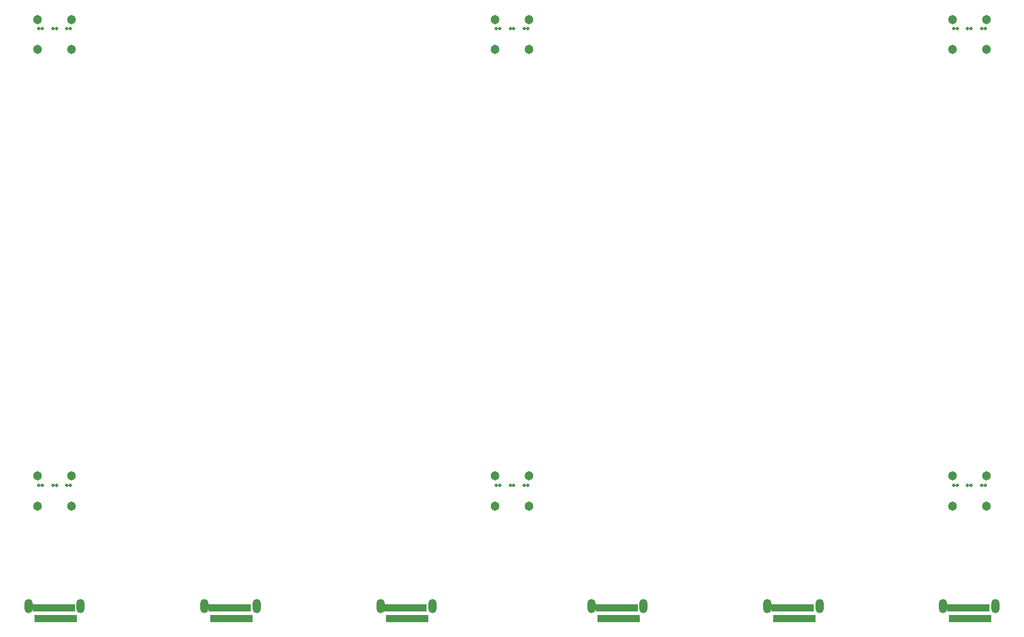
<source format=gbr>
%TF.GenerationSoftware,Altium Limited,Altium Designer,22.5.1 (42)*%
G04 Layer_Color=16711935*
%FSLAX26Y26*%
%MOIN*%
%TF.SameCoordinates,0DA79311-8CAD-460E-879A-7D23F4F2BAF0*%
%TF.FilePolarity,Negative*%
%TF.FileFunction,Soldermask,Bot*%
%TF.Part,Single*%
G01*
G75*
%TA.AperFunction,ConnectorPad*%
%ADD24R,0.019811X0.039496*%
%TA.AperFunction,ComponentPad*%
%ADD25C,0.051307*%
%ADD26O,0.047370X0.078866*%
%TA.AperFunction,ViaPad*%
%ADD27C,0.019811*%
D24*
X1461614Y3480315D02*
D03*
X1668307Y3421260D02*
D03*
X1648622D02*
D03*
X1628937D02*
D03*
X1609252D02*
D03*
X1589567D02*
D03*
X1569882D02*
D03*
X1550197D02*
D03*
X1530512D02*
D03*
X1510827D02*
D03*
X1491142D02*
D03*
X1471457D02*
D03*
X1678150Y3480315D02*
D03*
X1658465D02*
D03*
X1638780D02*
D03*
X1619094D02*
D03*
X1599409D02*
D03*
X1579724D02*
D03*
X1560039D02*
D03*
X1540354D02*
D03*
X1520669D02*
D03*
X1500984D02*
D03*
X1481299D02*
D03*
X1687992Y3421260D02*
D03*
X2445866Y3480315D02*
D03*
X2652559Y3421260D02*
D03*
X2632874D02*
D03*
X2613189D02*
D03*
X2593504D02*
D03*
X2573819D02*
D03*
X2554134D02*
D03*
X2534449D02*
D03*
X2514764D02*
D03*
X2495079D02*
D03*
X2475394D02*
D03*
X2455709D02*
D03*
X2662402Y3480315D02*
D03*
X2642717D02*
D03*
X2623032D02*
D03*
X2603347D02*
D03*
X2583662D02*
D03*
X2563976D02*
D03*
X2544291D02*
D03*
X2524606D02*
D03*
X2504921D02*
D03*
X2485236D02*
D03*
X2465551D02*
D03*
X2672244Y3421260D02*
D03*
X3430118Y3480315D02*
D03*
X3636811Y3421260D02*
D03*
X3617126D02*
D03*
X3597441D02*
D03*
X3577756D02*
D03*
X3558071D02*
D03*
X3538386D02*
D03*
X3518701D02*
D03*
X3499016D02*
D03*
X3479331D02*
D03*
X3459646D02*
D03*
X3439961D02*
D03*
X3646654Y3480315D02*
D03*
X3626969D02*
D03*
X3607284D02*
D03*
X3587599D02*
D03*
X3567914D02*
D03*
X3548228D02*
D03*
X3528543D02*
D03*
X3508858D02*
D03*
X3489173D02*
D03*
X3469488D02*
D03*
X3449803D02*
D03*
X3656496Y3421260D02*
D03*
X6579725Y3480315D02*
D03*
X6786417Y3421260D02*
D03*
X6766732D02*
D03*
X6747047D02*
D03*
X6727362D02*
D03*
X6707677D02*
D03*
X6687992D02*
D03*
X6668307D02*
D03*
X6648622D02*
D03*
X6628937D02*
D03*
X6609252D02*
D03*
X6589567D02*
D03*
X6796260Y3480315D02*
D03*
X6776575D02*
D03*
X6756890D02*
D03*
X6737205D02*
D03*
X6717520D02*
D03*
X6697835D02*
D03*
X6678150D02*
D03*
X6658465D02*
D03*
X6638780D02*
D03*
X6619095D02*
D03*
X6599409D02*
D03*
X6806102Y3421260D02*
D03*
X4611221Y3480315D02*
D03*
X4817913Y3421260D02*
D03*
X4798228D02*
D03*
X4778543D02*
D03*
X4758858D02*
D03*
X4739173D02*
D03*
X4719488D02*
D03*
X4699803D02*
D03*
X4680118D02*
D03*
X4660433D02*
D03*
X4640748D02*
D03*
X4621063D02*
D03*
X4827756Y3480315D02*
D03*
X4808071D02*
D03*
X4788386D02*
D03*
X4768701D02*
D03*
X4749016D02*
D03*
X4729331D02*
D03*
X4709646D02*
D03*
X4689961D02*
D03*
X4670276D02*
D03*
X4650591D02*
D03*
X4630905D02*
D03*
X4837598Y3421260D02*
D03*
X5595472Y3480315D02*
D03*
X5802165Y3421260D02*
D03*
X5782480D02*
D03*
X5762795D02*
D03*
X5743110D02*
D03*
X5723425D02*
D03*
X5703740D02*
D03*
X5684055D02*
D03*
X5664370D02*
D03*
X5644685D02*
D03*
X5625000D02*
D03*
X5605315D02*
D03*
X5812008Y3480315D02*
D03*
X5792323D02*
D03*
X5772638D02*
D03*
X5752953D02*
D03*
X5733268D02*
D03*
X5713583D02*
D03*
X5693898D02*
D03*
X5674213D02*
D03*
X5654528D02*
D03*
X5634843D02*
D03*
X5615158D02*
D03*
X5821850Y3421260D02*
D03*
D25*
X1480315Y4218504D02*
D03*
X1669291D02*
D03*
Y4049213D02*
D03*
X1480315D02*
D03*
X4039370D02*
D03*
X4228346D02*
D03*
Y4218504D02*
D03*
X4039370D02*
D03*
X1480315Y6608268D02*
D03*
X1669291D02*
D03*
Y6777559D02*
D03*
X1480315D02*
D03*
X4039370Y6608268D02*
D03*
X4228346D02*
D03*
Y6777559D02*
D03*
X4039370D02*
D03*
X6598425Y6608268D02*
D03*
X6787402D02*
D03*
Y6777559D02*
D03*
X6598425D02*
D03*
Y4049213D02*
D03*
X6787402D02*
D03*
Y4218504D02*
D03*
X6598425D02*
D03*
D26*
X1429134Y3488189D02*
D03*
X1720472D02*
D03*
X2413386D02*
D03*
X2704724D02*
D03*
X3397638D02*
D03*
X3688976D02*
D03*
X6547244D02*
D03*
X6838583D02*
D03*
X4578740D02*
D03*
X4870079D02*
D03*
X5562992D02*
D03*
X5854331D02*
D03*
D27*
X6747047Y3421260D02*
D03*
X6648622D02*
D03*
X4778543D02*
D03*
X4680118D02*
D03*
X3597441D02*
D03*
X3499016D02*
D03*
X1628937D02*
D03*
X1530512D02*
D03*
X5762795D02*
D03*
X5664370D02*
D03*
X2514764D02*
D03*
X2613189D02*
D03*
X1540354Y3480315D02*
D03*
X2524606D02*
D03*
X3508858D02*
D03*
X4689961D02*
D03*
X6658911Y3480538D02*
D03*
X5674213Y3480315D02*
D03*
X5743110Y3421260D02*
D03*
X4758858D02*
D03*
X3577756D02*
D03*
X2593504D02*
D03*
X5802165D02*
D03*
X5782480D02*
D03*
X5644685D02*
D03*
X5625000D02*
D03*
X4817913D02*
D03*
X4798228D02*
D03*
X4660433D02*
D03*
X4640748D02*
D03*
X3636811D02*
D03*
X3617126D02*
D03*
X3479331D02*
D03*
X3459646D02*
D03*
X2652559D02*
D03*
X2632874D02*
D03*
X2495079D02*
D03*
X2475394D02*
D03*
X4222441Y6725591D02*
D03*
X4202756D02*
D03*
X4143701D02*
D03*
X4124016D02*
D03*
X4064961D02*
D03*
X4045276D02*
D03*
Y4166535D02*
D03*
X4064961D02*
D03*
X4202756D02*
D03*
X4222441D02*
D03*
X4124016D02*
D03*
X4143701D02*
D03*
X6604331D02*
D03*
X6624016D02*
D03*
X6761811D02*
D03*
X6781496D02*
D03*
X6683071D02*
D03*
X6702756D02*
D03*
X6604331Y6725591D02*
D03*
X6624016D02*
D03*
X6761811D02*
D03*
X6781496D02*
D03*
X6683071D02*
D03*
X6702756D02*
D03*
X1584646D02*
D03*
X1564961D02*
D03*
X1663386D02*
D03*
X1643701D02*
D03*
X1505906D02*
D03*
X1486220D02*
D03*
X1609252Y3421260D02*
D03*
X6727362D02*
D03*
X6786417D02*
D03*
X6766732D02*
D03*
X6628937D02*
D03*
X6609252D02*
D03*
X6697835Y3470472D02*
D03*
X6687992Y3431102D02*
D03*
X5713583Y3470472D02*
D03*
X5703740Y3431102D02*
D03*
X4729331Y3470472D02*
D03*
X4719488Y3431102D02*
D03*
X3548228Y3470472D02*
D03*
X3538386Y3431102D02*
D03*
X2563976Y3470472D02*
D03*
X2554134Y3431102D02*
D03*
X1569882D02*
D03*
X1579724Y3470472D02*
D03*
X1491142Y3421260D02*
D03*
X1510827D02*
D03*
X1648622D02*
D03*
X1668307D02*
D03*
X1564961Y4166535D02*
D03*
X1584646D02*
D03*
X1643701D02*
D03*
X1663386D02*
D03*
X1486220D02*
D03*
X1505906D02*
D03*
%TF.MD5,ee4811af285c94f14cd413046c83c6be*%
M02*

</source>
